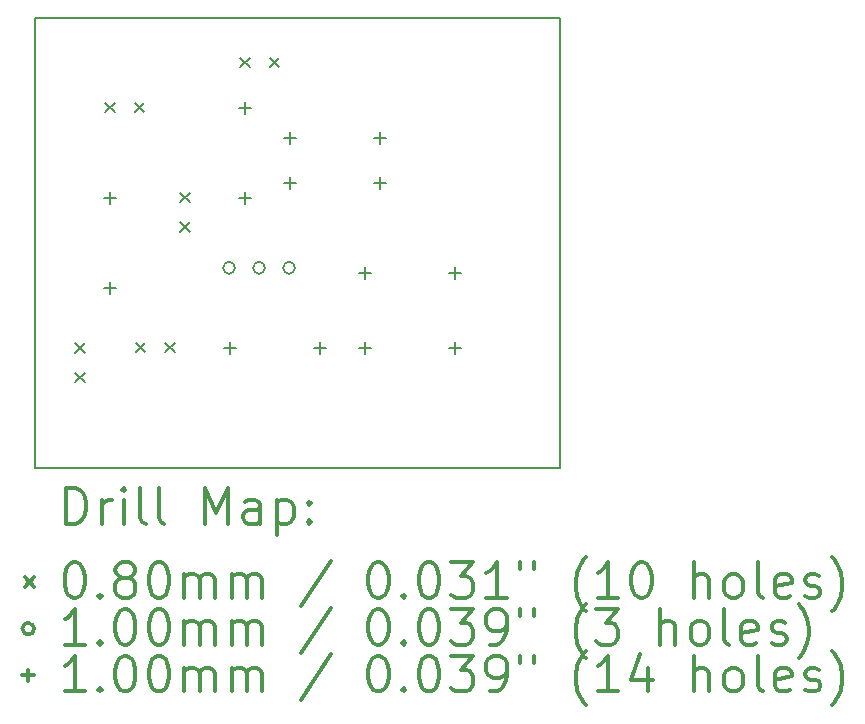
<source format=gbr>
%FSLAX45Y45*%
G04 Gerber Fmt 4.5, Leading zero omitted, Abs format (unit mm)*
G04 Created by KiCad (PCBNEW 4.0.5) date 11/09/18 17:54:50*
%MOMM*%
%LPD*%
G01*
G04 APERTURE LIST*
%ADD10C,0.127000*%
%ADD11C,0.150000*%
%ADD12C,0.200000*%
%ADD13C,0.300000*%
G04 APERTURE END LIST*
D10*
D11*
X12954000Y-12192000D02*
X12954000Y-8382000D01*
X17399000Y-12192000D02*
X12954000Y-12192000D01*
X17399000Y-8382000D02*
X17399000Y-12192000D01*
X12954000Y-8382000D02*
X17399000Y-8382000D01*
D12*
X13295000Y-11140000D02*
X13375000Y-11220000D01*
X13375000Y-11140000D02*
X13295000Y-11220000D01*
X13295000Y-11390000D02*
X13375000Y-11470000D01*
X13375000Y-11390000D02*
X13295000Y-11470000D01*
X13549000Y-9104000D02*
X13629000Y-9184000D01*
X13629000Y-9104000D02*
X13549000Y-9184000D01*
X13799000Y-9104000D02*
X13879000Y-9184000D01*
X13879000Y-9104000D02*
X13799000Y-9184000D01*
X13807000Y-11136000D02*
X13887000Y-11216000D01*
X13887000Y-11136000D02*
X13807000Y-11216000D01*
X14057000Y-11136000D02*
X14137000Y-11216000D01*
X14137000Y-11136000D02*
X14057000Y-11216000D01*
X14184000Y-9866000D02*
X14264000Y-9946000D01*
X14264000Y-9866000D02*
X14184000Y-9946000D01*
X14184000Y-10116000D02*
X14264000Y-10196000D01*
X14264000Y-10116000D02*
X14184000Y-10196000D01*
X14692000Y-8723000D02*
X14772000Y-8803000D01*
X14772000Y-8723000D02*
X14692000Y-8803000D01*
X14942000Y-8723000D02*
X15022000Y-8803000D01*
X15022000Y-8723000D02*
X14942000Y-8803000D01*
X14646021Y-10500360D02*
G75*
G03X14646021Y-10500360I-49911J0D01*
G01*
X14900021Y-10500360D02*
G75*
G03X14900021Y-10500360I-49911J0D01*
G01*
X15154021Y-10500360D02*
G75*
G03X15154021Y-10500360I-49911J0D01*
G01*
X13589000Y-9855962D02*
X13589000Y-9956038D01*
X13538962Y-9906000D02*
X13639038Y-9906000D01*
X13589000Y-10617962D02*
X13589000Y-10718038D01*
X13538962Y-10668000D02*
X13639038Y-10668000D01*
X14605000Y-11125962D02*
X14605000Y-11226038D01*
X14554962Y-11176000D02*
X14655038Y-11176000D01*
X14732000Y-9093962D02*
X14732000Y-9194038D01*
X14681962Y-9144000D02*
X14782038Y-9144000D01*
X14732000Y-9855962D02*
X14732000Y-9956038D01*
X14681962Y-9906000D02*
X14782038Y-9906000D01*
X15113000Y-9347962D02*
X15113000Y-9448038D01*
X15062962Y-9398000D02*
X15163038Y-9398000D01*
X15113000Y-9728962D02*
X15113000Y-9829038D01*
X15062962Y-9779000D02*
X15163038Y-9779000D01*
X15367000Y-11125962D02*
X15367000Y-11226038D01*
X15316962Y-11176000D02*
X15417038Y-11176000D01*
X15748000Y-10490962D02*
X15748000Y-10591038D01*
X15697962Y-10541000D02*
X15798038Y-10541000D01*
X15748000Y-11125962D02*
X15748000Y-11226038D01*
X15697962Y-11176000D02*
X15798038Y-11176000D01*
X15875000Y-9347962D02*
X15875000Y-9448038D01*
X15824962Y-9398000D02*
X15925038Y-9398000D01*
X15875000Y-9728962D02*
X15875000Y-9829038D01*
X15824962Y-9779000D02*
X15925038Y-9779000D01*
X16510000Y-10490962D02*
X16510000Y-10591038D01*
X16459962Y-10541000D02*
X16560038Y-10541000D01*
X16510000Y-11125962D02*
X16510000Y-11226038D01*
X16459962Y-11176000D02*
X16560038Y-11176000D01*
D13*
X13217928Y-12665214D02*
X13217928Y-12365214D01*
X13289357Y-12365214D01*
X13332214Y-12379500D01*
X13360786Y-12408071D01*
X13375071Y-12436643D01*
X13389357Y-12493786D01*
X13389357Y-12536643D01*
X13375071Y-12593786D01*
X13360786Y-12622357D01*
X13332214Y-12650929D01*
X13289357Y-12665214D01*
X13217928Y-12665214D01*
X13517928Y-12665214D02*
X13517928Y-12465214D01*
X13517928Y-12522357D02*
X13532214Y-12493786D01*
X13546500Y-12479500D01*
X13575071Y-12465214D01*
X13603643Y-12465214D01*
X13703643Y-12665214D02*
X13703643Y-12465214D01*
X13703643Y-12365214D02*
X13689357Y-12379500D01*
X13703643Y-12393786D01*
X13717928Y-12379500D01*
X13703643Y-12365214D01*
X13703643Y-12393786D01*
X13889357Y-12665214D02*
X13860786Y-12650929D01*
X13846500Y-12622357D01*
X13846500Y-12365214D01*
X14046500Y-12665214D02*
X14017928Y-12650929D01*
X14003643Y-12622357D01*
X14003643Y-12365214D01*
X14389357Y-12665214D02*
X14389357Y-12365214D01*
X14489357Y-12579500D01*
X14589357Y-12365214D01*
X14589357Y-12665214D01*
X14860786Y-12665214D02*
X14860786Y-12508071D01*
X14846500Y-12479500D01*
X14817928Y-12465214D01*
X14760786Y-12465214D01*
X14732214Y-12479500D01*
X14860786Y-12650929D02*
X14832214Y-12665214D01*
X14760786Y-12665214D01*
X14732214Y-12650929D01*
X14717928Y-12622357D01*
X14717928Y-12593786D01*
X14732214Y-12565214D01*
X14760786Y-12550929D01*
X14832214Y-12550929D01*
X14860786Y-12536643D01*
X15003643Y-12465214D02*
X15003643Y-12765214D01*
X15003643Y-12479500D02*
X15032214Y-12465214D01*
X15089357Y-12465214D01*
X15117928Y-12479500D01*
X15132214Y-12493786D01*
X15146500Y-12522357D01*
X15146500Y-12608071D01*
X15132214Y-12636643D01*
X15117928Y-12650929D01*
X15089357Y-12665214D01*
X15032214Y-12665214D01*
X15003643Y-12650929D01*
X15275071Y-12636643D02*
X15289357Y-12650929D01*
X15275071Y-12665214D01*
X15260786Y-12650929D01*
X15275071Y-12636643D01*
X15275071Y-12665214D01*
X15275071Y-12479500D02*
X15289357Y-12493786D01*
X15275071Y-12508071D01*
X15260786Y-12493786D01*
X15275071Y-12479500D01*
X15275071Y-12508071D01*
X12866500Y-13119500D02*
X12946500Y-13199500D01*
X12946500Y-13119500D02*
X12866500Y-13199500D01*
X13275071Y-12995214D02*
X13303643Y-12995214D01*
X13332214Y-13009500D01*
X13346500Y-13023786D01*
X13360786Y-13052357D01*
X13375071Y-13109500D01*
X13375071Y-13180929D01*
X13360786Y-13238071D01*
X13346500Y-13266643D01*
X13332214Y-13280929D01*
X13303643Y-13295214D01*
X13275071Y-13295214D01*
X13246500Y-13280929D01*
X13232214Y-13266643D01*
X13217928Y-13238071D01*
X13203643Y-13180929D01*
X13203643Y-13109500D01*
X13217928Y-13052357D01*
X13232214Y-13023786D01*
X13246500Y-13009500D01*
X13275071Y-12995214D01*
X13503643Y-13266643D02*
X13517928Y-13280929D01*
X13503643Y-13295214D01*
X13489357Y-13280929D01*
X13503643Y-13266643D01*
X13503643Y-13295214D01*
X13689357Y-13123786D02*
X13660786Y-13109500D01*
X13646500Y-13095214D01*
X13632214Y-13066643D01*
X13632214Y-13052357D01*
X13646500Y-13023786D01*
X13660786Y-13009500D01*
X13689357Y-12995214D01*
X13746500Y-12995214D01*
X13775071Y-13009500D01*
X13789357Y-13023786D01*
X13803643Y-13052357D01*
X13803643Y-13066643D01*
X13789357Y-13095214D01*
X13775071Y-13109500D01*
X13746500Y-13123786D01*
X13689357Y-13123786D01*
X13660786Y-13138071D01*
X13646500Y-13152357D01*
X13632214Y-13180929D01*
X13632214Y-13238071D01*
X13646500Y-13266643D01*
X13660786Y-13280929D01*
X13689357Y-13295214D01*
X13746500Y-13295214D01*
X13775071Y-13280929D01*
X13789357Y-13266643D01*
X13803643Y-13238071D01*
X13803643Y-13180929D01*
X13789357Y-13152357D01*
X13775071Y-13138071D01*
X13746500Y-13123786D01*
X13989357Y-12995214D02*
X14017928Y-12995214D01*
X14046500Y-13009500D01*
X14060786Y-13023786D01*
X14075071Y-13052357D01*
X14089357Y-13109500D01*
X14089357Y-13180929D01*
X14075071Y-13238071D01*
X14060786Y-13266643D01*
X14046500Y-13280929D01*
X14017928Y-13295214D01*
X13989357Y-13295214D01*
X13960786Y-13280929D01*
X13946500Y-13266643D01*
X13932214Y-13238071D01*
X13917928Y-13180929D01*
X13917928Y-13109500D01*
X13932214Y-13052357D01*
X13946500Y-13023786D01*
X13960786Y-13009500D01*
X13989357Y-12995214D01*
X14217928Y-13295214D02*
X14217928Y-13095214D01*
X14217928Y-13123786D02*
X14232214Y-13109500D01*
X14260786Y-13095214D01*
X14303643Y-13095214D01*
X14332214Y-13109500D01*
X14346500Y-13138071D01*
X14346500Y-13295214D01*
X14346500Y-13138071D02*
X14360786Y-13109500D01*
X14389357Y-13095214D01*
X14432214Y-13095214D01*
X14460786Y-13109500D01*
X14475071Y-13138071D01*
X14475071Y-13295214D01*
X14617928Y-13295214D02*
X14617928Y-13095214D01*
X14617928Y-13123786D02*
X14632214Y-13109500D01*
X14660786Y-13095214D01*
X14703643Y-13095214D01*
X14732214Y-13109500D01*
X14746500Y-13138071D01*
X14746500Y-13295214D01*
X14746500Y-13138071D02*
X14760786Y-13109500D01*
X14789357Y-13095214D01*
X14832214Y-13095214D01*
X14860786Y-13109500D01*
X14875071Y-13138071D01*
X14875071Y-13295214D01*
X15460786Y-12980929D02*
X15203643Y-13366643D01*
X15846500Y-12995214D02*
X15875071Y-12995214D01*
X15903643Y-13009500D01*
X15917928Y-13023786D01*
X15932214Y-13052357D01*
X15946500Y-13109500D01*
X15946500Y-13180929D01*
X15932214Y-13238071D01*
X15917928Y-13266643D01*
X15903643Y-13280929D01*
X15875071Y-13295214D01*
X15846500Y-13295214D01*
X15817928Y-13280929D01*
X15803643Y-13266643D01*
X15789357Y-13238071D01*
X15775071Y-13180929D01*
X15775071Y-13109500D01*
X15789357Y-13052357D01*
X15803643Y-13023786D01*
X15817928Y-13009500D01*
X15846500Y-12995214D01*
X16075071Y-13266643D02*
X16089357Y-13280929D01*
X16075071Y-13295214D01*
X16060786Y-13280929D01*
X16075071Y-13266643D01*
X16075071Y-13295214D01*
X16275071Y-12995214D02*
X16303643Y-12995214D01*
X16332214Y-13009500D01*
X16346500Y-13023786D01*
X16360785Y-13052357D01*
X16375071Y-13109500D01*
X16375071Y-13180929D01*
X16360785Y-13238071D01*
X16346500Y-13266643D01*
X16332214Y-13280929D01*
X16303643Y-13295214D01*
X16275071Y-13295214D01*
X16246500Y-13280929D01*
X16232214Y-13266643D01*
X16217928Y-13238071D01*
X16203643Y-13180929D01*
X16203643Y-13109500D01*
X16217928Y-13052357D01*
X16232214Y-13023786D01*
X16246500Y-13009500D01*
X16275071Y-12995214D01*
X16475071Y-12995214D02*
X16660785Y-12995214D01*
X16560785Y-13109500D01*
X16603643Y-13109500D01*
X16632214Y-13123786D01*
X16646500Y-13138071D01*
X16660785Y-13166643D01*
X16660785Y-13238071D01*
X16646500Y-13266643D01*
X16632214Y-13280929D01*
X16603643Y-13295214D01*
X16517928Y-13295214D01*
X16489357Y-13280929D01*
X16475071Y-13266643D01*
X16946500Y-13295214D02*
X16775071Y-13295214D01*
X16860786Y-13295214D02*
X16860786Y-12995214D01*
X16832214Y-13038071D01*
X16803643Y-13066643D01*
X16775071Y-13080929D01*
X17060786Y-12995214D02*
X17060786Y-13052357D01*
X17175071Y-12995214D02*
X17175071Y-13052357D01*
X17617928Y-13409500D02*
X17603643Y-13395214D01*
X17575071Y-13352357D01*
X17560786Y-13323786D01*
X17546500Y-13280929D01*
X17532214Y-13209500D01*
X17532214Y-13152357D01*
X17546500Y-13080929D01*
X17560786Y-13038071D01*
X17575071Y-13009500D01*
X17603643Y-12966643D01*
X17617928Y-12952357D01*
X17889357Y-13295214D02*
X17717928Y-13295214D01*
X17803643Y-13295214D02*
X17803643Y-12995214D01*
X17775071Y-13038071D01*
X17746500Y-13066643D01*
X17717928Y-13080929D01*
X18075071Y-12995214D02*
X18103643Y-12995214D01*
X18132214Y-13009500D01*
X18146500Y-13023786D01*
X18160786Y-13052357D01*
X18175071Y-13109500D01*
X18175071Y-13180929D01*
X18160786Y-13238071D01*
X18146500Y-13266643D01*
X18132214Y-13280929D01*
X18103643Y-13295214D01*
X18075071Y-13295214D01*
X18046500Y-13280929D01*
X18032214Y-13266643D01*
X18017928Y-13238071D01*
X18003643Y-13180929D01*
X18003643Y-13109500D01*
X18017928Y-13052357D01*
X18032214Y-13023786D01*
X18046500Y-13009500D01*
X18075071Y-12995214D01*
X18532214Y-13295214D02*
X18532214Y-12995214D01*
X18660786Y-13295214D02*
X18660786Y-13138071D01*
X18646500Y-13109500D01*
X18617928Y-13095214D01*
X18575071Y-13095214D01*
X18546500Y-13109500D01*
X18532214Y-13123786D01*
X18846500Y-13295214D02*
X18817928Y-13280929D01*
X18803643Y-13266643D01*
X18789357Y-13238071D01*
X18789357Y-13152357D01*
X18803643Y-13123786D01*
X18817928Y-13109500D01*
X18846500Y-13095214D01*
X18889357Y-13095214D01*
X18917928Y-13109500D01*
X18932214Y-13123786D01*
X18946500Y-13152357D01*
X18946500Y-13238071D01*
X18932214Y-13266643D01*
X18917928Y-13280929D01*
X18889357Y-13295214D01*
X18846500Y-13295214D01*
X19117928Y-13295214D02*
X19089357Y-13280929D01*
X19075071Y-13252357D01*
X19075071Y-12995214D01*
X19346500Y-13280929D02*
X19317929Y-13295214D01*
X19260786Y-13295214D01*
X19232214Y-13280929D01*
X19217929Y-13252357D01*
X19217929Y-13138071D01*
X19232214Y-13109500D01*
X19260786Y-13095214D01*
X19317929Y-13095214D01*
X19346500Y-13109500D01*
X19360786Y-13138071D01*
X19360786Y-13166643D01*
X19217929Y-13195214D01*
X19475071Y-13280929D02*
X19503643Y-13295214D01*
X19560786Y-13295214D01*
X19589357Y-13280929D01*
X19603643Y-13252357D01*
X19603643Y-13238071D01*
X19589357Y-13209500D01*
X19560786Y-13195214D01*
X19517929Y-13195214D01*
X19489357Y-13180929D01*
X19475071Y-13152357D01*
X19475071Y-13138071D01*
X19489357Y-13109500D01*
X19517929Y-13095214D01*
X19560786Y-13095214D01*
X19589357Y-13109500D01*
X19703643Y-13409500D02*
X19717929Y-13395214D01*
X19746500Y-13352357D01*
X19760786Y-13323786D01*
X19775071Y-13280929D01*
X19789357Y-13209500D01*
X19789357Y-13152357D01*
X19775071Y-13080929D01*
X19760786Y-13038071D01*
X19746500Y-13009500D01*
X19717929Y-12966643D01*
X19703643Y-12952357D01*
X12946500Y-13555500D02*
G75*
G03X12946500Y-13555500I-49911J0D01*
G01*
X13375071Y-13691214D02*
X13203643Y-13691214D01*
X13289357Y-13691214D02*
X13289357Y-13391214D01*
X13260786Y-13434071D01*
X13232214Y-13462643D01*
X13203643Y-13476929D01*
X13503643Y-13662643D02*
X13517928Y-13676929D01*
X13503643Y-13691214D01*
X13489357Y-13676929D01*
X13503643Y-13662643D01*
X13503643Y-13691214D01*
X13703643Y-13391214D02*
X13732214Y-13391214D01*
X13760786Y-13405500D01*
X13775071Y-13419786D01*
X13789357Y-13448357D01*
X13803643Y-13505500D01*
X13803643Y-13576929D01*
X13789357Y-13634071D01*
X13775071Y-13662643D01*
X13760786Y-13676929D01*
X13732214Y-13691214D01*
X13703643Y-13691214D01*
X13675071Y-13676929D01*
X13660786Y-13662643D01*
X13646500Y-13634071D01*
X13632214Y-13576929D01*
X13632214Y-13505500D01*
X13646500Y-13448357D01*
X13660786Y-13419786D01*
X13675071Y-13405500D01*
X13703643Y-13391214D01*
X13989357Y-13391214D02*
X14017928Y-13391214D01*
X14046500Y-13405500D01*
X14060786Y-13419786D01*
X14075071Y-13448357D01*
X14089357Y-13505500D01*
X14089357Y-13576929D01*
X14075071Y-13634071D01*
X14060786Y-13662643D01*
X14046500Y-13676929D01*
X14017928Y-13691214D01*
X13989357Y-13691214D01*
X13960786Y-13676929D01*
X13946500Y-13662643D01*
X13932214Y-13634071D01*
X13917928Y-13576929D01*
X13917928Y-13505500D01*
X13932214Y-13448357D01*
X13946500Y-13419786D01*
X13960786Y-13405500D01*
X13989357Y-13391214D01*
X14217928Y-13691214D02*
X14217928Y-13491214D01*
X14217928Y-13519786D02*
X14232214Y-13505500D01*
X14260786Y-13491214D01*
X14303643Y-13491214D01*
X14332214Y-13505500D01*
X14346500Y-13534071D01*
X14346500Y-13691214D01*
X14346500Y-13534071D02*
X14360786Y-13505500D01*
X14389357Y-13491214D01*
X14432214Y-13491214D01*
X14460786Y-13505500D01*
X14475071Y-13534071D01*
X14475071Y-13691214D01*
X14617928Y-13691214D02*
X14617928Y-13491214D01*
X14617928Y-13519786D02*
X14632214Y-13505500D01*
X14660786Y-13491214D01*
X14703643Y-13491214D01*
X14732214Y-13505500D01*
X14746500Y-13534071D01*
X14746500Y-13691214D01*
X14746500Y-13534071D02*
X14760786Y-13505500D01*
X14789357Y-13491214D01*
X14832214Y-13491214D01*
X14860786Y-13505500D01*
X14875071Y-13534071D01*
X14875071Y-13691214D01*
X15460786Y-13376929D02*
X15203643Y-13762643D01*
X15846500Y-13391214D02*
X15875071Y-13391214D01*
X15903643Y-13405500D01*
X15917928Y-13419786D01*
X15932214Y-13448357D01*
X15946500Y-13505500D01*
X15946500Y-13576929D01*
X15932214Y-13634071D01*
X15917928Y-13662643D01*
X15903643Y-13676929D01*
X15875071Y-13691214D01*
X15846500Y-13691214D01*
X15817928Y-13676929D01*
X15803643Y-13662643D01*
X15789357Y-13634071D01*
X15775071Y-13576929D01*
X15775071Y-13505500D01*
X15789357Y-13448357D01*
X15803643Y-13419786D01*
X15817928Y-13405500D01*
X15846500Y-13391214D01*
X16075071Y-13662643D02*
X16089357Y-13676929D01*
X16075071Y-13691214D01*
X16060786Y-13676929D01*
X16075071Y-13662643D01*
X16075071Y-13691214D01*
X16275071Y-13391214D02*
X16303643Y-13391214D01*
X16332214Y-13405500D01*
X16346500Y-13419786D01*
X16360785Y-13448357D01*
X16375071Y-13505500D01*
X16375071Y-13576929D01*
X16360785Y-13634071D01*
X16346500Y-13662643D01*
X16332214Y-13676929D01*
X16303643Y-13691214D01*
X16275071Y-13691214D01*
X16246500Y-13676929D01*
X16232214Y-13662643D01*
X16217928Y-13634071D01*
X16203643Y-13576929D01*
X16203643Y-13505500D01*
X16217928Y-13448357D01*
X16232214Y-13419786D01*
X16246500Y-13405500D01*
X16275071Y-13391214D01*
X16475071Y-13391214D02*
X16660785Y-13391214D01*
X16560785Y-13505500D01*
X16603643Y-13505500D01*
X16632214Y-13519786D01*
X16646500Y-13534071D01*
X16660785Y-13562643D01*
X16660785Y-13634071D01*
X16646500Y-13662643D01*
X16632214Y-13676929D01*
X16603643Y-13691214D01*
X16517928Y-13691214D01*
X16489357Y-13676929D01*
X16475071Y-13662643D01*
X16803643Y-13691214D02*
X16860786Y-13691214D01*
X16889357Y-13676929D01*
X16903643Y-13662643D01*
X16932214Y-13619786D01*
X16946500Y-13562643D01*
X16946500Y-13448357D01*
X16932214Y-13419786D01*
X16917928Y-13405500D01*
X16889357Y-13391214D01*
X16832214Y-13391214D01*
X16803643Y-13405500D01*
X16789357Y-13419786D01*
X16775071Y-13448357D01*
X16775071Y-13519786D01*
X16789357Y-13548357D01*
X16803643Y-13562643D01*
X16832214Y-13576929D01*
X16889357Y-13576929D01*
X16917928Y-13562643D01*
X16932214Y-13548357D01*
X16946500Y-13519786D01*
X17060786Y-13391214D02*
X17060786Y-13448357D01*
X17175071Y-13391214D02*
X17175071Y-13448357D01*
X17617928Y-13805500D02*
X17603643Y-13791214D01*
X17575071Y-13748357D01*
X17560786Y-13719786D01*
X17546500Y-13676929D01*
X17532214Y-13605500D01*
X17532214Y-13548357D01*
X17546500Y-13476929D01*
X17560786Y-13434071D01*
X17575071Y-13405500D01*
X17603643Y-13362643D01*
X17617928Y-13348357D01*
X17703643Y-13391214D02*
X17889357Y-13391214D01*
X17789357Y-13505500D01*
X17832214Y-13505500D01*
X17860786Y-13519786D01*
X17875071Y-13534071D01*
X17889357Y-13562643D01*
X17889357Y-13634071D01*
X17875071Y-13662643D01*
X17860786Y-13676929D01*
X17832214Y-13691214D01*
X17746500Y-13691214D01*
X17717928Y-13676929D01*
X17703643Y-13662643D01*
X18246500Y-13691214D02*
X18246500Y-13391214D01*
X18375071Y-13691214D02*
X18375071Y-13534071D01*
X18360786Y-13505500D01*
X18332214Y-13491214D01*
X18289357Y-13491214D01*
X18260786Y-13505500D01*
X18246500Y-13519786D01*
X18560786Y-13691214D02*
X18532214Y-13676929D01*
X18517928Y-13662643D01*
X18503643Y-13634071D01*
X18503643Y-13548357D01*
X18517928Y-13519786D01*
X18532214Y-13505500D01*
X18560786Y-13491214D01*
X18603643Y-13491214D01*
X18632214Y-13505500D01*
X18646500Y-13519786D01*
X18660786Y-13548357D01*
X18660786Y-13634071D01*
X18646500Y-13662643D01*
X18632214Y-13676929D01*
X18603643Y-13691214D01*
X18560786Y-13691214D01*
X18832214Y-13691214D02*
X18803643Y-13676929D01*
X18789357Y-13648357D01*
X18789357Y-13391214D01*
X19060786Y-13676929D02*
X19032214Y-13691214D01*
X18975071Y-13691214D01*
X18946500Y-13676929D01*
X18932214Y-13648357D01*
X18932214Y-13534071D01*
X18946500Y-13505500D01*
X18975071Y-13491214D01*
X19032214Y-13491214D01*
X19060786Y-13505500D01*
X19075071Y-13534071D01*
X19075071Y-13562643D01*
X18932214Y-13591214D01*
X19189357Y-13676929D02*
X19217929Y-13691214D01*
X19275071Y-13691214D01*
X19303643Y-13676929D01*
X19317929Y-13648357D01*
X19317929Y-13634071D01*
X19303643Y-13605500D01*
X19275071Y-13591214D01*
X19232214Y-13591214D01*
X19203643Y-13576929D01*
X19189357Y-13548357D01*
X19189357Y-13534071D01*
X19203643Y-13505500D01*
X19232214Y-13491214D01*
X19275071Y-13491214D01*
X19303643Y-13505500D01*
X19417928Y-13805500D02*
X19432214Y-13791214D01*
X19460786Y-13748357D01*
X19475071Y-13719786D01*
X19489357Y-13676929D01*
X19503643Y-13605500D01*
X19503643Y-13548357D01*
X19489357Y-13476929D01*
X19475071Y-13434071D01*
X19460786Y-13405500D01*
X19432214Y-13362643D01*
X19417928Y-13348357D01*
X12896462Y-13901462D02*
X12896462Y-14001538D01*
X12846424Y-13951500D02*
X12946500Y-13951500D01*
X13375071Y-14087214D02*
X13203643Y-14087214D01*
X13289357Y-14087214D02*
X13289357Y-13787214D01*
X13260786Y-13830071D01*
X13232214Y-13858643D01*
X13203643Y-13872929D01*
X13503643Y-14058643D02*
X13517928Y-14072929D01*
X13503643Y-14087214D01*
X13489357Y-14072929D01*
X13503643Y-14058643D01*
X13503643Y-14087214D01*
X13703643Y-13787214D02*
X13732214Y-13787214D01*
X13760786Y-13801500D01*
X13775071Y-13815786D01*
X13789357Y-13844357D01*
X13803643Y-13901500D01*
X13803643Y-13972929D01*
X13789357Y-14030071D01*
X13775071Y-14058643D01*
X13760786Y-14072929D01*
X13732214Y-14087214D01*
X13703643Y-14087214D01*
X13675071Y-14072929D01*
X13660786Y-14058643D01*
X13646500Y-14030071D01*
X13632214Y-13972929D01*
X13632214Y-13901500D01*
X13646500Y-13844357D01*
X13660786Y-13815786D01*
X13675071Y-13801500D01*
X13703643Y-13787214D01*
X13989357Y-13787214D02*
X14017928Y-13787214D01*
X14046500Y-13801500D01*
X14060786Y-13815786D01*
X14075071Y-13844357D01*
X14089357Y-13901500D01*
X14089357Y-13972929D01*
X14075071Y-14030071D01*
X14060786Y-14058643D01*
X14046500Y-14072929D01*
X14017928Y-14087214D01*
X13989357Y-14087214D01*
X13960786Y-14072929D01*
X13946500Y-14058643D01*
X13932214Y-14030071D01*
X13917928Y-13972929D01*
X13917928Y-13901500D01*
X13932214Y-13844357D01*
X13946500Y-13815786D01*
X13960786Y-13801500D01*
X13989357Y-13787214D01*
X14217928Y-14087214D02*
X14217928Y-13887214D01*
X14217928Y-13915786D02*
X14232214Y-13901500D01*
X14260786Y-13887214D01*
X14303643Y-13887214D01*
X14332214Y-13901500D01*
X14346500Y-13930071D01*
X14346500Y-14087214D01*
X14346500Y-13930071D02*
X14360786Y-13901500D01*
X14389357Y-13887214D01*
X14432214Y-13887214D01*
X14460786Y-13901500D01*
X14475071Y-13930071D01*
X14475071Y-14087214D01*
X14617928Y-14087214D02*
X14617928Y-13887214D01*
X14617928Y-13915786D02*
X14632214Y-13901500D01*
X14660786Y-13887214D01*
X14703643Y-13887214D01*
X14732214Y-13901500D01*
X14746500Y-13930071D01*
X14746500Y-14087214D01*
X14746500Y-13930071D02*
X14760786Y-13901500D01*
X14789357Y-13887214D01*
X14832214Y-13887214D01*
X14860786Y-13901500D01*
X14875071Y-13930071D01*
X14875071Y-14087214D01*
X15460786Y-13772929D02*
X15203643Y-14158643D01*
X15846500Y-13787214D02*
X15875071Y-13787214D01*
X15903643Y-13801500D01*
X15917928Y-13815786D01*
X15932214Y-13844357D01*
X15946500Y-13901500D01*
X15946500Y-13972929D01*
X15932214Y-14030071D01*
X15917928Y-14058643D01*
X15903643Y-14072929D01*
X15875071Y-14087214D01*
X15846500Y-14087214D01*
X15817928Y-14072929D01*
X15803643Y-14058643D01*
X15789357Y-14030071D01*
X15775071Y-13972929D01*
X15775071Y-13901500D01*
X15789357Y-13844357D01*
X15803643Y-13815786D01*
X15817928Y-13801500D01*
X15846500Y-13787214D01*
X16075071Y-14058643D02*
X16089357Y-14072929D01*
X16075071Y-14087214D01*
X16060786Y-14072929D01*
X16075071Y-14058643D01*
X16075071Y-14087214D01*
X16275071Y-13787214D02*
X16303643Y-13787214D01*
X16332214Y-13801500D01*
X16346500Y-13815786D01*
X16360785Y-13844357D01*
X16375071Y-13901500D01*
X16375071Y-13972929D01*
X16360785Y-14030071D01*
X16346500Y-14058643D01*
X16332214Y-14072929D01*
X16303643Y-14087214D01*
X16275071Y-14087214D01*
X16246500Y-14072929D01*
X16232214Y-14058643D01*
X16217928Y-14030071D01*
X16203643Y-13972929D01*
X16203643Y-13901500D01*
X16217928Y-13844357D01*
X16232214Y-13815786D01*
X16246500Y-13801500D01*
X16275071Y-13787214D01*
X16475071Y-13787214D02*
X16660785Y-13787214D01*
X16560785Y-13901500D01*
X16603643Y-13901500D01*
X16632214Y-13915786D01*
X16646500Y-13930071D01*
X16660785Y-13958643D01*
X16660785Y-14030071D01*
X16646500Y-14058643D01*
X16632214Y-14072929D01*
X16603643Y-14087214D01*
X16517928Y-14087214D01*
X16489357Y-14072929D01*
X16475071Y-14058643D01*
X16803643Y-14087214D02*
X16860786Y-14087214D01*
X16889357Y-14072929D01*
X16903643Y-14058643D01*
X16932214Y-14015786D01*
X16946500Y-13958643D01*
X16946500Y-13844357D01*
X16932214Y-13815786D01*
X16917928Y-13801500D01*
X16889357Y-13787214D01*
X16832214Y-13787214D01*
X16803643Y-13801500D01*
X16789357Y-13815786D01*
X16775071Y-13844357D01*
X16775071Y-13915786D01*
X16789357Y-13944357D01*
X16803643Y-13958643D01*
X16832214Y-13972929D01*
X16889357Y-13972929D01*
X16917928Y-13958643D01*
X16932214Y-13944357D01*
X16946500Y-13915786D01*
X17060786Y-13787214D02*
X17060786Y-13844357D01*
X17175071Y-13787214D02*
X17175071Y-13844357D01*
X17617928Y-14201500D02*
X17603643Y-14187214D01*
X17575071Y-14144357D01*
X17560786Y-14115786D01*
X17546500Y-14072929D01*
X17532214Y-14001500D01*
X17532214Y-13944357D01*
X17546500Y-13872929D01*
X17560786Y-13830071D01*
X17575071Y-13801500D01*
X17603643Y-13758643D01*
X17617928Y-13744357D01*
X17889357Y-14087214D02*
X17717928Y-14087214D01*
X17803643Y-14087214D02*
X17803643Y-13787214D01*
X17775071Y-13830071D01*
X17746500Y-13858643D01*
X17717928Y-13872929D01*
X18146500Y-13887214D02*
X18146500Y-14087214D01*
X18075071Y-13772929D02*
X18003643Y-13987214D01*
X18189357Y-13987214D01*
X18532214Y-14087214D02*
X18532214Y-13787214D01*
X18660786Y-14087214D02*
X18660786Y-13930071D01*
X18646500Y-13901500D01*
X18617928Y-13887214D01*
X18575071Y-13887214D01*
X18546500Y-13901500D01*
X18532214Y-13915786D01*
X18846500Y-14087214D02*
X18817928Y-14072929D01*
X18803643Y-14058643D01*
X18789357Y-14030071D01*
X18789357Y-13944357D01*
X18803643Y-13915786D01*
X18817928Y-13901500D01*
X18846500Y-13887214D01*
X18889357Y-13887214D01*
X18917928Y-13901500D01*
X18932214Y-13915786D01*
X18946500Y-13944357D01*
X18946500Y-14030071D01*
X18932214Y-14058643D01*
X18917928Y-14072929D01*
X18889357Y-14087214D01*
X18846500Y-14087214D01*
X19117928Y-14087214D02*
X19089357Y-14072929D01*
X19075071Y-14044357D01*
X19075071Y-13787214D01*
X19346500Y-14072929D02*
X19317929Y-14087214D01*
X19260786Y-14087214D01*
X19232214Y-14072929D01*
X19217929Y-14044357D01*
X19217929Y-13930071D01*
X19232214Y-13901500D01*
X19260786Y-13887214D01*
X19317929Y-13887214D01*
X19346500Y-13901500D01*
X19360786Y-13930071D01*
X19360786Y-13958643D01*
X19217929Y-13987214D01*
X19475071Y-14072929D02*
X19503643Y-14087214D01*
X19560786Y-14087214D01*
X19589357Y-14072929D01*
X19603643Y-14044357D01*
X19603643Y-14030071D01*
X19589357Y-14001500D01*
X19560786Y-13987214D01*
X19517929Y-13987214D01*
X19489357Y-13972929D01*
X19475071Y-13944357D01*
X19475071Y-13930071D01*
X19489357Y-13901500D01*
X19517929Y-13887214D01*
X19560786Y-13887214D01*
X19589357Y-13901500D01*
X19703643Y-14201500D02*
X19717929Y-14187214D01*
X19746500Y-14144357D01*
X19760786Y-14115786D01*
X19775071Y-14072929D01*
X19789357Y-14001500D01*
X19789357Y-13944357D01*
X19775071Y-13872929D01*
X19760786Y-13830071D01*
X19746500Y-13801500D01*
X19717929Y-13758643D01*
X19703643Y-13744357D01*
M02*

</source>
